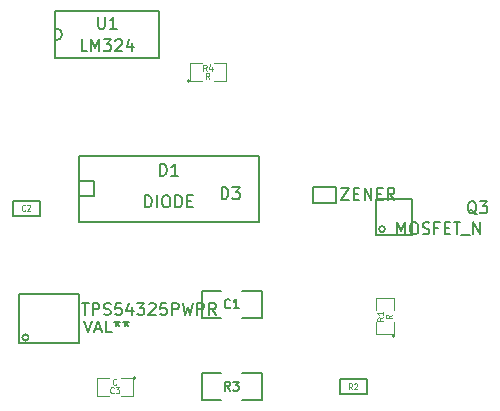
<source format=gto>
G04 (created by PCBNEW (2013-07-07 BZR 4022)-stable) date 1/28/2014 1:23:19 PM*
%MOIN*%
G04 Gerber Fmt 3.4, Leading zero omitted, Abs format*
%FSLAX34Y34*%
G01*
G70*
G90*
G04 APERTURE LIST*
%ADD10C,0.00590551*%
%ADD11C,0.008*%
%ADD12C,0.005*%
%ADD13C,0.0039*%
%ADD14C,0.0043*%
%ADD15C,0.0045*%
G04 APERTURE END LIST*
G54D10*
G54D11*
X75400Y-44700D02*
X75400Y-46900D01*
X69400Y-44700D02*
X69400Y-46900D01*
X75400Y-44700D02*
X69400Y-44700D01*
X69400Y-45550D02*
X69900Y-45550D01*
X69900Y-45550D02*
X69900Y-46050D01*
X69900Y-46050D02*
X69400Y-46050D01*
X69400Y-46900D02*
X75400Y-46900D01*
G54D12*
X75500Y-52850D02*
X75500Y-51950D01*
X75500Y-51950D02*
X74850Y-51950D01*
X74150Y-52850D02*
X73500Y-52850D01*
X73500Y-52850D02*
X73500Y-51950D01*
X73500Y-51950D02*
X74150Y-51950D01*
X74850Y-52850D02*
X75500Y-52850D01*
X75500Y-50100D02*
X75500Y-49200D01*
X75500Y-49200D02*
X74850Y-49200D01*
X74150Y-50100D02*
X73500Y-50100D01*
X73500Y-50100D02*
X73500Y-49200D01*
X73500Y-49200D02*
X74150Y-49200D01*
X74850Y-50100D02*
X75500Y-50100D01*
G54D13*
X79950Y-50700D02*
G75*
G03X79950Y-50700I-50J0D01*
G74*
G01*
X79900Y-50250D02*
X79900Y-50650D01*
X79900Y-50650D02*
X79300Y-50650D01*
X79300Y-50650D02*
X79300Y-50250D01*
X79300Y-49850D02*
X79300Y-49450D01*
X79300Y-49450D02*
X79900Y-49450D01*
X79900Y-49450D02*
X79900Y-49850D01*
X71300Y-52100D02*
G75*
G03X71300Y-52100I-50J0D01*
G74*
G01*
X70800Y-52100D02*
X71200Y-52100D01*
X71200Y-52100D02*
X71200Y-52700D01*
X71200Y-52700D02*
X70800Y-52700D01*
X70400Y-52700D02*
X70000Y-52700D01*
X70000Y-52700D02*
X70000Y-52100D01*
X70000Y-52100D02*
X70400Y-52100D01*
X73100Y-42200D02*
G75*
G03X73100Y-42200I-50J0D01*
G74*
G01*
X73500Y-42200D02*
X73100Y-42200D01*
X73100Y-42200D02*
X73100Y-41600D01*
X73100Y-41600D02*
X73500Y-41600D01*
X73900Y-41600D02*
X74300Y-41600D01*
X74300Y-41600D02*
X74300Y-42200D01*
X74300Y-42200D02*
X73900Y-42200D01*
G54D12*
X78100Y-52150D02*
X79000Y-52150D01*
X79000Y-52150D02*
X79000Y-52650D01*
X79000Y-52650D02*
X78100Y-52650D01*
X78100Y-52650D02*
X78100Y-52150D01*
X67200Y-46200D02*
X68100Y-46200D01*
X68100Y-46200D02*
X68100Y-46700D01*
X68100Y-46700D02*
X67200Y-46700D01*
X67200Y-46700D02*
X67200Y-46200D01*
G54D10*
X68650Y-40850D02*
G75*
G03X68850Y-40650I0J200D01*
G74*
G01*
X68850Y-40650D02*
G75*
G03X68650Y-40450I-200J0D01*
G74*
G01*
X72072Y-39862D02*
X72072Y-41437D01*
X68627Y-41437D02*
X72072Y-41437D01*
X68627Y-39862D02*
X68627Y-41437D01*
X68627Y-39862D02*
X72072Y-39862D01*
X79610Y-47140D02*
G75*
G03X79610Y-47140I-100J0D01*
G74*
G01*
X80500Y-47350D02*
X80500Y-46149D01*
X79299Y-47350D02*
X80500Y-47350D01*
X79299Y-46149D02*
X79299Y-47350D01*
X79299Y-46149D02*
X80500Y-46149D01*
X77993Y-45744D02*
X77206Y-45744D01*
X77206Y-46255D02*
X77206Y-45744D01*
X77993Y-46255D02*
X77993Y-45744D01*
X77993Y-46255D02*
X77206Y-46255D01*
X67728Y-50750D02*
G75*
G03X67728Y-50750I-103J0D01*
G74*
G01*
X67425Y-49300D02*
X69400Y-49300D01*
X69400Y-49300D02*
X69400Y-50950D01*
X69400Y-50950D02*
X67425Y-50950D01*
X67425Y-50950D02*
X67425Y-49300D01*
G54D11*
X72104Y-45361D02*
X72104Y-44961D01*
X72200Y-44961D01*
X72257Y-44980D01*
X72295Y-45019D01*
X72314Y-45057D01*
X72333Y-45133D01*
X72333Y-45190D01*
X72314Y-45266D01*
X72295Y-45304D01*
X72257Y-45342D01*
X72200Y-45361D01*
X72104Y-45361D01*
X72714Y-45361D02*
X72485Y-45361D01*
X72600Y-45361D02*
X72600Y-44961D01*
X72561Y-45019D01*
X72523Y-45057D01*
X72485Y-45076D01*
X71609Y-46411D02*
X71609Y-46011D01*
X71704Y-46011D01*
X71761Y-46030D01*
X71800Y-46069D01*
X71819Y-46107D01*
X71838Y-46183D01*
X71838Y-46240D01*
X71819Y-46316D01*
X71800Y-46354D01*
X71761Y-46392D01*
X71704Y-46411D01*
X71609Y-46411D01*
X72009Y-46411D02*
X72009Y-46011D01*
X72276Y-46011D02*
X72352Y-46011D01*
X72390Y-46030D01*
X72428Y-46069D01*
X72447Y-46145D01*
X72447Y-46278D01*
X72428Y-46354D01*
X72390Y-46392D01*
X72352Y-46411D01*
X72276Y-46411D01*
X72238Y-46392D01*
X72200Y-46354D01*
X72180Y-46278D01*
X72180Y-46145D01*
X72200Y-46069D01*
X72238Y-46030D01*
X72276Y-46011D01*
X72619Y-46411D02*
X72619Y-46011D01*
X72714Y-46011D01*
X72771Y-46030D01*
X72809Y-46069D01*
X72828Y-46107D01*
X72847Y-46183D01*
X72847Y-46240D01*
X72828Y-46316D01*
X72809Y-46354D01*
X72771Y-46392D01*
X72714Y-46411D01*
X72619Y-46411D01*
X73019Y-46202D02*
X73152Y-46202D01*
X73209Y-46411D02*
X73019Y-46411D01*
X73019Y-46011D01*
X73209Y-46011D01*
G54D12*
X74450Y-52521D02*
X74350Y-52378D01*
X74278Y-52521D02*
X74278Y-52221D01*
X74392Y-52221D01*
X74421Y-52235D01*
X74435Y-52250D01*
X74450Y-52278D01*
X74450Y-52321D01*
X74435Y-52350D01*
X74421Y-52364D01*
X74392Y-52378D01*
X74278Y-52378D01*
X74550Y-52221D02*
X74735Y-52221D01*
X74635Y-52335D01*
X74678Y-52335D01*
X74707Y-52350D01*
X74721Y-52364D01*
X74735Y-52392D01*
X74735Y-52464D01*
X74721Y-52492D01*
X74707Y-52507D01*
X74678Y-52521D01*
X74592Y-52521D01*
X74564Y-52507D01*
X74550Y-52492D01*
X74450Y-49742D02*
X74435Y-49757D01*
X74392Y-49771D01*
X74364Y-49771D01*
X74321Y-49757D01*
X74292Y-49728D01*
X74278Y-49700D01*
X74264Y-49642D01*
X74264Y-49600D01*
X74278Y-49542D01*
X74292Y-49514D01*
X74321Y-49485D01*
X74364Y-49471D01*
X74392Y-49471D01*
X74435Y-49485D01*
X74450Y-49500D01*
X74735Y-49771D02*
X74564Y-49771D01*
X74650Y-49771D02*
X74650Y-49471D01*
X74621Y-49514D01*
X74592Y-49542D01*
X74564Y-49557D01*
G54D14*
X79554Y-50082D02*
X79460Y-50148D01*
X79554Y-50195D02*
X79357Y-50195D01*
X79357Y-50120D01*
X79367Y-50101D01*
X79376Y-50092D01*
X79395Y-50082D01*
X79423Y-50082D01*
X79442Y-50092D01*
X79451Y-50101D01*
X79460Y-50120D01*
X79460Y-50195D01*
X79554Y-49895D02*
X79554Y-50007D01*
X79554Y-49951D02*
X79357Y-49951D01*
X79385Y-49970D01*
X79404Y-49989D01*
X79414Y-50007D01*
X79829Y-49989D02*
X79735Y-50054D01*
X79829Y-50101D02*
X79632Y-50101D01*
X79632Y-50026D01*
X79642Y-50007D01*
X79651Y-49998D01*
X79670Y-49989D01*
X79698Y-49989D01*
X79717Y-49998D01*
X79726Y-50007D01*
X79735Y-50026D01*
X79735Y-50101D01*
X70567Y-52585D02*
X70557Y-52595D01*
X70529Y-52604D01*
X70510Y-52604D01*
X70482Y-52595D01*
X70463Y-52576D01*
X70454Y-52557D01*
X70445Y-52520D01*
X70445Y-52492D01*
X70454Y-52454D01*
X70463Y-52435D01*
X70482Y-52417D01*
X70510Y-52407D01*
X70529Y-52407D01*
X70557Y-52417D01*
X70567Y-52426D01*
X70632Y-52407D02*
X70754Y-52407D01*
X70689Y-52482D01*
X70717Y-52482D01*
X70736Y-52492D01*
X70745Y-52501D01*
X70754Y-52520D01*
X70754Y-52567D01*
X70745Y-52585D01*
X70736Y-52595D01*
X70717Y-52604D01*
X70660Y-52604D01*
X70642Y-52595D01*
X70632Y-52585D01*
X70660Y-52310D02*
X70651Y-52320D01*
X70623Y-52329D01*
X70604Y-52329D01*
X70576Y-52320D01*
X70557Y-52301D01*
X70548Y-52282D01*
X70539Y-52245D01*
X70539Y-52217D01*
X70548Y-52179D01*
X70557Y-52160D01*
X70576Y-52142D01*
X70604Y-52132D01*
X70623Y-52132D01*
X70651Y-52142D01*
X70660Y-52151D01*
X73667Y-41854D02*
X73601Y-41760D01*
X73554Y-41854D02*
X73554Y-41657D01*
X73629Y-41657D01*
X73648Y-41667D01*
X73657Y-41676D01*
X73667Y-41695D01*
X73667Y-41723D01*
X73657Y-41742D01*
X73648Y-41751D01*
X73629Y-41760D01*
X73554Y-41760D01*
X73836Y-41723D02*
X73836Y-41854D01*
X73789Y-41648D02*
X73742Y-41789D01*
X73864Y-41789D01*
X73760Y-42129D02*
X73695Y-42035D01*
X73648Y-42129D02*
X73648Y-41932D01*
X73723Y-41932D01*
X73742Y-41942D01*
X73751Y-41951D01*
X73760Y-41970D01*
X73760Y-41998D01*
X73751Y-42017D01*
X73742Y-42026D01*
X73723Y-42035D01*
X73648Y-42035D01*
G54D15*
X78520Y-52480D02*
X78460Y-52385D01*
X78417Y-52480D02*
X78417Y-52280D01*
X78485Y-52280D01*
X78502Y-52290D01*
X78511Y-52300D01*
X78520Y-52319D01*
X78520Y-52347D01*
X78511Y-52366D01*
X78502Y-52376D01*
X78485Y-52385D01*
X78417Y-52385D01*
X78588Y-52300D02*
X78597Y-52290D01*
X78614Y-52280D01*
X78657Y-52280D01*
X78674Y-52290D01*
X78682Y-52300D01*
X78691Y-52319D01*
X78691Y-52338D01*
X78682Y-52366D01*
X78580Y-52480D01*
X78691Y-52480D01*
X67620Y-46511D02*
X67611Y-46521D01*
X67585Y-46530D01*
X67568Y-46530D01*
X67542Y-46521D01*
X67525Y-46502D01*
X67517Y-46483D01*
X67508Y-46445D01*
X67508Y-46416D01*
X67517Y-46378D01*
X67525Y-46359D01*
X67542Y-46340D01*
X67568Y-46330D01*
X67585Y-46330D01*
X67611Y-46340D01*
X67620Y-46350D01*
X67688Y-46350D02*
X67697Y-46340D01*
X67714Y-46330D01*
X67757Y-46330D01*
X67774Y-46340D01*
X67782Y-46350D01*
X67791Y-46369D01*
X67791Y-46388D01*
X67782Y-46416D01*
X67680Y-46530D01*
X67791Y-46530D01*
G54D10*
X70050Y-40065D02*
X70050Y-40384D01*
X70068Y-40421D01*
X70087Y-40440D01*
X70125Y-40459D01*
X70200Y-40459D01*
X70237Y-40440D01*
X70256Y-40421D01*
X70275Y-40384D01*
X70275Y-40065D01*
X70668Y-40459D02*
X70443Y-40459D01*
X70556Y-40459D02*
X70556Y-40065D01*
X70518Y-40121D01*
X70481Y-40159D01*
X70443Y-40178D01*
X69684Y-41209D02*
X69496Y-41209D01*
X69496Y-40815D01*
X69815Y-41209D02*
X69815Y-40815D01*
X69946Y-41096D01*
X70078Y-40815D01*
X70078Y-41209D01*
X70228Y-40815D02*
X70471Y-40815D01*
X70340Y-40965D01*
X70396Y-40965D01*
X70434Y-40984D01*
X70453Y-41003D01*
X70471Y-41040D01*
X70471Y-41134D01*
X70453Y-41171D01*
X70434Y-41190D01*
X70396Y-41209D01*
X70284Y-41209D01*
X70246Y-41190D01*
X70228Y-41171D01*
X70621Y-40853D02*
X70640Y-40834D01*
X70678Y-40815D01*
X70771Y-40815D01*
X70809Y-40834D01*
X70828Y-40853D01*
X70846Y-40890D01*
X70846Y-40928D01*
X70828Y-40984D01*
X70603Y-41209D01*
X70846Y-41209D01*
X71184Y-40946D02*
X71184Y-41209D01*
X71090Y-40796D02*
X70996Y-41078D01*
X71240Y-41078D01*
X82662Y-46646D02*
X82625Y-46628D01*
X82587Y-46590D01*
X82531Y-46534D01*
X82493Y-46515D01*
X82456Y-46515D01*
X82475Y-46609D02*
X82437Y-46590D01*
X82400Y-46553D01*
X82381Y-46478D01*
X82381Y-46346D01*
X82400Y-46271D01*
X82437Y-46234D01*
X82475Y-46215D01*
X82550Y-46215D01*
X82587Y-46234D01*
X82625Y-46271D01*
X82643Y-46346D01*
X82643Y-46478D01*
X82625Y-46553D01*
X82587Y-46590D01*
X82550Y-46609D01*
X82475Y-46609D01*
X82774Y-46215D02*
X83018Y-46215D01*
X82887Y-46365D01*
X82943Y-46365D01*
X82981Y-46384D01*
X82999Y-46403D01*
X83018Y-46440D01*
X83018Y-46534D01*
X82999Y-46571D01*
X82981Y-46590D01*
X82943Y-46609D01*
X82831Y-46609D01*
X82793Y-46590D01*
X82774Y-46571D01*
X80022Y-47309D02*
X80022Y-46915D01*
X80153Y-47196D01*
X80284Y-46915D01*
X80284Y-47309D01*
X80546Y-46915D02*
X80621Y-46915D01*
X80659Y-46934D01*
X80696Y-46971D01*
X80715Y-47046D01*
X80715Y-47178D01*
X80696Y-47253D01*
X80659Y-47290D01*
X80621Y-47309D01*
X80546Y-47309D01*
X80509Y-47290D01*
X80471Y-47253D01*
X80453Y-47178D01*
X80453Y-47046D01*
X80471Y-46971D01*
X80509Y-46934D01*
X80546Y-46915D01*
X80865Y-47290D02*
X80921Y-47309D01*
X81015Y-47309D01*
X81053Y-47290D01*
X81071Y-47271D01*
X81090Y-47234D01*
X81090Y-47196D01*
X81071Y-47159D01*
X81053Y-47140D01*
X81015Y-47121D01*
X80940Y-47103D01*
X80903Y-47084D01*
X80884Y-47065D01*
X80865Y-47028D01*
X80865Y-46990D01*
X80884Y-46953D01*
X80903Y-46934D01*
X80940Y-46915D01*
X81034Y-46915D01*
X81090Y-46934D01*
X81390Y-47103D02*
X81259Y-47103D01*
X81259Y-47309D02*
X81259Y-46915D01*
X81446Y-46915D01*
X81596Y-47103D02*
X81728Y-47103D01*
X81784Y-47309D02*
X81596Y-47309D01*
X81596Y-46915D01*
X81784Y-46915D01*
X81896Y-46915D02*
X82121Y-46915D01*
X82009Y-47309D02*
X82009Y-46915D01*
X82159Y-47346D02*
X82459Y-47346D01*
X82552Y-47309D02*
X82552Y-46915D01*
X82777Y-47309D01*
X82777Y-46915D01*
X74169Y-46139D02*
X74169Y-45745D01*
X74263Y-45745D01*
X74319Y-45764D01*
X74356Y-45801D01*
X74375Y-45839D01*
X74394Y-45914D01*
X74394Y-45970D01*
X74375Y-46045D01*
X74356Y-46083D01*
X74319Y-46120D01*
X74263Y-46139D01*
X74169Y-46139D01*
X74525Y-45745D02*
X74769Y-45745D01*
X74638Y-45895D01*
X74694Y-45895D01*
X74731Y-45914D01*
X74750Y-45933D01*
X74769Y-45970D01*
X74769Y-46064D01*
X74750Y-46101D01*
X74731Y-46120D01*
X74694Y-46139D01*
X74581Y-46139D01*
X74544Y-46120D01*
X74525Y-46101D01*
X78159Y-45765D02*
X78421Y-45765D01*
X78159Y-46159D01*
X78421Y-46159D01*
X78571Y-45953D02*
X78703Y-45953D01*
X78759Y-46159D02*
X78571Y-46159D01*
X78571Y-45765D01*
X78759Y-45765D01*
X78928Y-46159D02*
X78928Y-45765D01*
X79153Y-46159D01*
X79153Y-45765D01*
X79340Y-45953D02*
X79471Y-45953D01*
X79528Y-46159D02*
X79340Y-46159D01*
X79340Y-45765D01*
X79528Y-45765D01*
X79921Y-46159D02*
X79790Y-45971D01*
X79696Y-46159D02*
X79696Y-45765D01*
X79846Y-45765D01*
X79884Y-45784D01*
X79903Y-45803D01*
X79921Y-45840D01*
X79921Y-45896D01*
X79903Y-45934D01*
X79884Y-45953D01*
X79846Y-45971D01*
X79696Y-45971D01*
X69510Y-49605D02*
X69735Y-49605D01*
X69622Y-49999D02*
X69622Y-49605D01*
X69866Y-49999D02*
X69866Y-49605D01*
X70016Y-49605D01*
X70053Y-49624D01*
X70072Y-49643D01*
X70091Y-49680D01*
X70091Y-49736D01*
X70072Y-49774D01*
X70053Y-49793D01*
X70016Y-49811D01*
X69866Y-49811D01*
X70241Y-49980D02*
X70297Y-49999D01*
X70391Y-49999D01*
X70428Y-49980D01*
X70447Y-49961D01*
X70466Y-49924D01*
X70466Y-49886D01*
X70447Y-49849D01*
X70428Y-49830D01*
X70391Y-49811D01*
X70316Y-49793D01*
X70278Y-49774D01*
X70260Y-49755D01*
X70241Y-49718D01*
X70241Y-49680D01*
X70260Y-49643D01*
X70278Y-49624D01*
X70316Y-49605D01*
X70410Y-49605D01*
X70466Y-49624D01*
X70822Y-49605D02*
X70635Y-49605D01*
X70616Y-49793D01*
X70635Y-49774D01*
X70672Y-49755D01*
X70766Y-49755D01*
X70803Y-49774D01*
X70822Y-49793D01*
X70841Y-49830D01*
X70841Y-49924D01*
X70822Y-49961D01*
X70803Y-49980D01*
X70766Y-49999D01*
X70672Y-49999D01*
X70635Y-49980D01*
X70616Y-49961D01*
X71178Y-49736D02*
X71178Y-49999D01*
X71085Y-49586D02*
X70991Y-49868D01*
X71235Y-49868D01*
X71347Y-49605D02*
X71591Y-49605D01*
X71460Y-49755D01*
X71516Y-49755D01*
X71553Y-49774D01*
X71572Y-49793D01*
X71591Y-49830D01*
X71591Y-49924D01*
X71572Y-49961D01*
X71553Y-49980D01*
X71516Y-49999D01*
X71403Y-49999D01*
X71366Y-49980D01*
X71347Y-49961D01*
X71741Y-49643D02*
X71760Y-49624D01*
X71797Y-49605D01*
X71891Y-49605D01*
X71928Y-49624D01*
X71947Y-49643D01*
X71966Y-49680D01*
X71966Y-49718D01*
X71947Y-49774D01*
X71722Y-49999D01*
X71966Y-49999D01*
X72322Y-49605D02*
X72134Y-49605D01*
X72116Y-49793D01*
X72134Y-49774D01*
X72172Y-49755D01*
X72266Y-49755D01*
X72303Y-49774D01*
X72322Y-49793D01*
X72341Y-49830D01*
X72341Y-49924D01*
X72322Y-49961D01*
X72303Y-49980D01*
X72266Y-49999D01*
X72172Y-49999D01*
X72134Y-49980D01*
X72116Y-49961D01*
X72509Y-49999D02*
X72509Y-49605D01*
X72659Y-49605D01*
X72697Y-49624D01*
X72716Y-49643D01*
X72734Y-49680D01*
X72734Y-49736D01*
X72716Y-49774D01*
X72697Y-49793D01*
X72659Y-49811D01*
X72509Y-49811D01*
X72866Y-49605D02*
X72959Y-49999D01*
X73034Y-49718D01*
X73109Y-49999D01*
X73203Y-49605D01*
X73353Y-49999D02*
X73353Y-49605D01*
X73503Y-49605D01*
X73541Y-49624D01*
X73559Y-49643D01*
X73578Y-49680D01*
X73578Y-49736D01*
X73559Y-49774D01*
X73541Y-49793D01*
X73503Y-49811D01*
X73353Y-49811D01*
X73972Y-49999D02*
X73840Y-49811D01*
X73747Y-49999D02*
X73747Y-49605D01*
X73897Y-49605D01*
X73934Y-49624D01*
X73953Y-49643D01*
X73972Y-49680D01*
X73972Y-49736D01*
X73953Y-49774D01*
X73934Y-49793D01*
X73897Y-49811D01*
X73747Y-49811D01*
X69580Y-50185D02*
X69711Y-50579D01*
X69843Y-50185D01*
X69955Y-50466D02*
X70143Y-50466D01*
X69918Y-50579D02*
X70049Y-50185D01*
X70180Y-50579D01*
X70499Y-50579D02*
X70311Y-50579D01*
X70311Y-50185D01*
X70686Y-50185D02*
X70686Y-50279D01*
X70593Y-50241D02*
X70686Y-50279D01*
X70780Y-50241D01*
X70630Y-50354D02*
X70686Y-50279D01*
X70743Y-50354D01*
X70986Y-50185D02*
X70986Y-50279D01*
X70893Y-50241D02*
X70986Y-50279D01*
X71080Y-50241D01*
X70930Y-50354D02*
X70986Y-50279D01*
X71043Y-50354D01*
M02*

</source>
